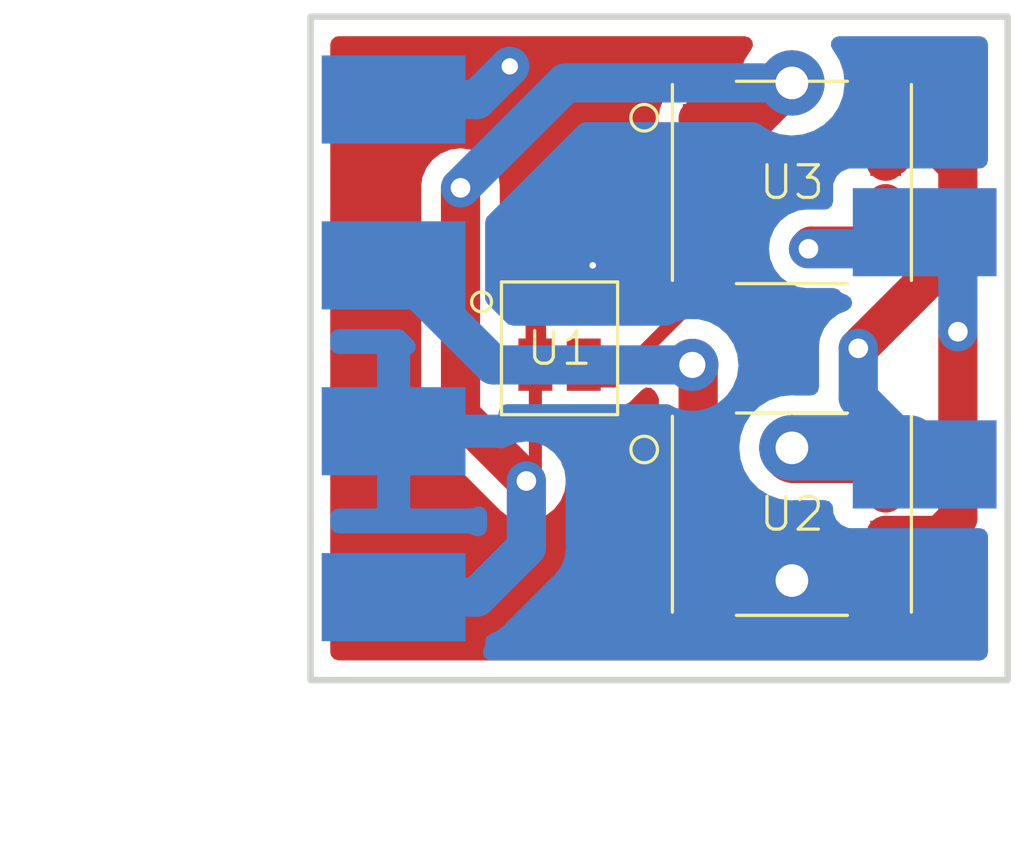
<source format=kicad_pcb>
(kicad_pcb (version 20211014) (generator pcbnew)
  (layers (0 "F.Cu" mixed) (31 "B.Cu" mixed) (34 "B.Paste" user) (35 "F.Paste" user) (36 "B.SilkS" user "B.Silkscreen") (37 "F.SilkS" user "F.Silkscreen") (38 "B.Mask" user) (39 "F.Mask" user) (44 "Edge.Cuts" user))
  (net 0 "")
  (net 1 "/DC_wall+")
  (net 2 "/Batt+")
  (net 3 "/not")
  (net 4 "/DC_wall-")
  (net 5 "/Batt-")
  (net 6 "/POS")
  (net 7 "/NEG")
  (footprint "my_footprints:QH8MB5TCR" (layer "F.Cu") (at 103.886 65.532)
    (fp_text reference "U3" (at 0 0) (layer "F.SilkS") (effects (font (size 0.5 0.5) (thickness 0.05))))
    (fp_text value "QH8MB5")
    (fp_line (start -1.8288 1.5) (end -1.8288 -1.5) (layer "F.SilkS") (width 0.05))
    (fp_line (start 0.85 1.5494) (end -0.85 1.5494) (layer "F.SilkS") (width 0.05))
    (fp_line (start 1.8288 -1.5) (end 1.8288 1.5) (layer "F.SilkS") (width 0.05))
    (fp_line (start -0.85 -1.5494) (end 0.85 -1.5494) (layer "F.SilkS") (width 0.05))
    (fp_circle (center -2.2606 -0.9906) (end -2.0574 -0.9906) (layer "F.SilkS") (width 0.05) (fill none))
    (pad "1" smd rect (at -1.435 -0.975 90) (size 0.45 0.47) (layers "F.Cu" "F.Paste" "F.Mask") (net 5 "/Batt-"))
    (pad "2" smd rect (at -1.435 -0.325 90) (size 0.45 0.47) (layers "F.Cu" "F.Paste" "F.Mask") (net 3 "/not"))
    (pad "3" smd rect (at -1.435 0.325 90) (size 0.45 0.47) (layers "F.Cu" "F.Paste" "F.Mask") (net 1 "/DC_wall+"))
    (pad "4" smd rect (at -1.435 0.975 90) (size 0.45 0.47) (layers "F.Cu" "F.Paste" "F.Mask") (net 3 "/not"))
    (pad "5" smd rect (at 1.435 0.975 90) (size 0.45 0.47) (layers "F.Cu" "F.Paste" "F.Mask") (net 6 "/POS"))
    (pad "5" smd rect (at 1.435 0.325 90) (size 0.45 0.47) (layers "F.Cu" "F.Paste" "F.Mask") (net 6 "/POS"))
    (pad "6" smd rect (at 1.435 -0.325 90) (size 0.45 0.47) (layers "F.Cu" "F.Paste" "F.Mask") (net 7 "/NEG"))
    (pad "6" smd rect (at 1.435 -0.975 90) (size 0.45 0.47) (layers "F.Cu" "F.Paste" "F.Mask") (net 7 "/NEG"))
  )
  (footprint "my_footprints:QH8MB5TCR" (layer "F.Cu") (at 103.886 70.612)
    (fp_text reference "U2" (at 0 0) (layer "F.SilkS") (effects (font (size 0.5 0.5) (thickness 0.05))))
    (fp_text value "QH8MB5")
    (fp_line (start 0.85 1.5494) (end -0.85 1.5494) (layer "F.SilkS") (width 0.05))
    (fp_line (start -1.8288 1.5) (end -1.8288 -1.5) (layer "F.SilkS") (width 0.05))
    (fp_line (start -0.85 -1.5494) (end 0.85 -1.5494) (layer "F.SilkS") (width 0.05))
    (fp_line (start 1.8288 -1.5) (end 1.8288 1.5) (layer "F.SilkS") (width 0.05))
    (fp_circle (center -2.2606 -0.9906) (end -2.0574 -0.9906) (layer "F.SilkS") (width 0.05) (fill none))
    (pad "1" smd rect (at -1.435 -0.975 90) (size 0.45 0.47) (layers "F.Cu" "F.Paste" "F.Mask") (net 4 "/DC_wall-"))
    (pad "2" smd rect (at -1.435 -0.325 90) (size 0.45 0.47) (layers "F.Cu" "F.Paste" "F.Mask") (net 1 "/DC_wall+"))
    (pad "3" smd rect (at -1.435 0.325 90) (size 0.45 0.47) (layers "F.Cu" "F.Paste" "F.Mask") (net 2 "/Batt+"))
    (pad "4" smd rect (at -1.435 0.975 90) (size 0.45 0.47) (layers "F.Cu" "F.Paste" "F.Mask") (net 1 "/DC_wall+"))
    (pad "5" smd rect (at 1.435 0.325 90) (size 0.45 0.47) (layers "F.Cu" "F.Paste" "F.Mask") (net 6 "/POS"))
    (pad "5" smd rect (at 1.435 0.975 90) (size 0.45 0.47) (layers "F.Cu" "F.Paste" "F.Mask") (net 6 "/POS"))
    (pad "6" smd rect (at 1.435 -0.325 90) (size 0.45 0.47) (layers "F.Cu" "F.Paste" "F.Mask") (net 7 "/NEG"))
    (pad "6" smd rect (at 1.435 -0.975 90) (size 0.45 0.47) (layers "F.Cu" "F.Paste" "F.Mask") (net 7 "/NEG"))
  )
  (footprint "my_footprints:SN74LVC1G00DRYR" (layer "F.Cu") (at 100.33 68.072)
    (fp_text reference "U1" (at 0 0) (layer "F.SilkS") (effects (font (size 0.5 0.5) (thickness 0.05))))
    (fp_text value "SN74LVC1G00")
    (fp_line (start 0.889 -1.016) (end -0.889 -1.016) (layer "F.SilkS") (width 0.05))
    (fp_line (start -0.889 1.016) (end -0.889 -1.016) (layer "F.SilkS") (width 0.05))
    (fp_line (start -0.889 1.016) (end 0.889 1.016) (layer "F.SilkS") (width 0.05))
    (fp_line (start 0.889 -1.016) (end 0.889 1.016) (layer "F.SilkS") (width 0.05))
    (fp_circle (center -1.1938 -0.7112) (end -1.0414 -0.7112) (layer "F.SilkS") (width 0.05) (fill none))
    (pad "" smd rect (at 0.369999 0) (size 0.52 0.3) (layers "F.Cu" "F.Mask"))
    (pad "1" smd rect (at -0.355013 -0.499999) (size 0.55 0.3) (layers "F.Cu" "F.Mask") (net 1 "/DC_wall+"))
    (pad "2" smd rect (at -0.369999 0) (size 0.52 0.3) (layers "F.Cu" "F.Mask") (net 1 "/DC_wall+"))
    (pad "3" smd rect (at -0.369999 0.499999) (size 0.52 0.3) (layers "F.Cu" "F.Mask") (net 5 "/Batt-"))
    (pad "4" smd rect (at 0.369999 0.499999) (size 0.52 0.3) (layers "F.Cu" "F.Mask") (net 3 "/not"))
    (pad "5" smd rect (at 0.369999 -0.499999) (size 0.52 0.3) (layers "F.Cu" "F.Mask") (net 2 "/Batt+"))
  )
  (footprint "my_footprints:pad 2.2*1.35 mm" (layer "B.Cu") (at 105.918 66.294 180)
    (fp_text reference "J5" hide)
    (fp_text value "pad" hide)
    (pad "1" smd rect (at 0 0 180) (size 2.2 1.35) (layers "B.Cu" "B.Paste" "B.Mask") (net 6 "/POS"))
  )
  (footprint "my_footprints:pad 2.2*1.35 mm" (layer "B.Cu") (at 97.79 71.882 180)
    (fp_text reference "J4" hide)
    (fp_text value "pad" hide)
    (pad "1" smd rect (at 0 0 180) (size 2.2 1.35) (layers "B.Cu" "B.Paste" "B.Mask") (net 5 "/Batt-"))
  )
  (footprint "my_footprints:pad 2.2*1.35 mm" (layer "B.Cu") (at 97.79 66.802)
    (fp_text reference "J2" hide)
    (fp_text value "pad" hide)
    (pad "1" smd rect (at 0 0) (size 2.2 1.35) (layers "B.Cu" "B.Paste" "B.Mask") (net 4 "/DC_wall-"))
  )
  (footprint "my_footprints:pad 2.2*1.35 mm" (layer "B.Cu") (at 105.918 69.85 180)
    (fp_text reference "J6" hide)
    (fp_text value "pad" hide)
    (pad "1" smd rect (at 0 0 180) (size 2.2 1.35) (layers "B.Cu" "B.Paste" "B.Mask") (net 7 "/NEG"))
  )
  (footprint "my_footprints:pad 2.2*1.35 mm" (layer "B.Cu") (at 97.79 64.262 180)
    (fp_text reference "J1" hide)
    (fp_text value "pad" hide)
    (pad "1" smd rect (at 0 0 180) (size 2.2 1.35) (layers "B.Cu" "B.Paste" "B.Mask") (net 1 "/DC_wall+"))
  )
  (footprint "my_footprints:pad 2.2*1.35 mm" (layer "B.Cu") (at 97.79 69.342 180)
    (fp_text reference "J3" hide)
    (fp_text value "pad" hide)
    (pad "1" smd rect (at 0 0 180) (size 2.2 1.35) (layers "B.Cu" "B.Paste" "B.Mask") (net 2 "/Batt+"))
  )
  (gr_rect (start 96.52 62.992) (end 107.188 73.152) (layer "Edge.Cuts") (width 0.1) (fill none))
  (segment (start 101.854 71.882) (end 102.108 72.136) (width 0.6) (layer "F.Cu") (net 1))
  (segment (start 99.974987 68.057014) (end 99.960001 68.072) (width 0.2) (layer "F.Cu") (net 1))
  (segment (start 102.451 70.287) (end 101.417 70.287) (width 0.6) (layer "F.Cu") (net 1))
  (segment (start 102.451 71.587) (end 102.403 71.587) (width 0.6) (layer "F.Cu") (net 1))
  (segment (start 102.451 71.587) (end 102.149 71.587) (width 0.6) (layer "F.Cu") (net 1))
  (segment (start 99.974987 67.572001) (end 99.974987 68.057014) (width 0.2) (layer "F.Cu") (net 1))
  (segment (start 102.451 65.857) (end 101.163 65.857) (width 0.6) (layer "F.Cu") (net 1))
  (segment (start 102.149 71.587) (end 101.854 71.882) (width 0.6) (layer "F.Cu") (net 1))
  (via (at 99.568 63.754) (size 0.4) (drill 0.25) (layers "F.Cu" "B.Cu") (net 1))
  (segment (start 99.06 64.262) (end 99.568 63.754) (width 0.6) (layer "B.Cu") (net 1))
  (segment (start 97.79 64.262) (end 99.06 64.262) (width 0.6) (layer "B.Cu") (net 1))
  (segment (start 103.195 70.937) (end 103.886 71.628) (width 0.6) (layer "F.Cu") (net 2))
  (segment (start 102.451 70.937) (end 103.195 70.937) (width 0.6) (layer "F.Cu") (net 2))
  (segment (start 100.838 66.802) (end 100.838 67.434) (width 0.2) (layer "F.Cu") (net 2))
  (segment (start 100.838 67.434) (end 100.699999 67.572001) (width 0.2) (layer "F.Cu") (net 2))
  (via (at 100.838 66.802) (size 0.2) (drill 0.1) (layers "F.Cu" "B.Cu") (net 2))
  (via (at 103.886 71.628) (size 1) (drill 0.5) (layers "F.Cu" "B.Cu") (net 2))
  (segment (start 103.165 66.507) (end 102.451 66.507) (width 0.2) (layer "F.Cu") (net 3))
  (segment (start 102.451 67.280998) (end 101.159999 68.571999) (width 0.2) (layer "F.Cu") (net 3))
  (segment (start 103.632 66.04) (end 103.165 66.507) (width 0.2) (layer "F.Cu") (net 3))
  (segment (start 102.451 66.507) (end 102.451 67.280998) (width 0.2) (layer "F.Cu") (net 3))
  (segment (start 102.451 65.207) (end 103.307 65.207) (width 0.2) (layer "F.Cu") (net 3))
  (segment (start 101.159999 68.571999) (end 100.699999 68.571999) (width 0.2) (layer "F.Cu") (net 3))
  (segment (start 103.307 65.207) (end 103.632 65.532) (width 0.2) (layer "F.Cu") (net 3))
  (segment (start 103.632 65.532) (end 103.632 66.04) (width 0.2) (layer "F.Cu") (net 3))
  (segment (start 102.451 68.415) (end 102.362 68.326) (width 0.6) (layer "F.Cu") (net 4))
  (segment (start 102.451 69.637) (end 102.451 68.415) (width 0.6) (layer "F.Cu") (net 4))
  (via (at 102.362 68.326) (size 0.8) (drill 0.4) (layers "F.Cu" "B.Cu") (net 4))
  (segment (start 99.314 68.326) (end 97.79 66.802) (width 0.6) (layer "B.Cu") (net 4))
  (segment (start 102.362 68.326) (end 99.314 68.326) (width 0.6) (layer "B.Cu") (net 4))
  (segment (start 98.814328 65.614559) (end 98.814328 69.096328) (width 0.6) (layer "F.Cu") (net 5))
  (segment (start 103.337 64.557) (end 103.886 64.008) (width 0.6) (layer "F.Cu") (net 5))
  (segment (start 99.960001 68.571999) (end 99.960001 69.965999) (width 0.2) (layer "F.Cu") (net 5))
  (segment (start 98.814328 69.096328) (end 99.822 70.104) (width 0.6) (layer "F.Cu") (net 5))
  (segment (start 99.960001 69.965999) (end 99.822 70.104) (width 0.2) (layer "F.Cu") (net 5))
  (segment (start 102.451 64.557) (end 103.337 64.557) (width 0.6) (layer "F.Cu") (net 5))
  (via (at 99.822 70.104) (size 0.5) (drill 0.3) (layers "F.Cu" "B.Cu") (net 5))
  (via (at 98.814328 65.614559) (size 0.5) (drill 0.3) (layers "F.Cu" "B.Cu") (net 5))
  (via (at 103.886 64.008) (size 1) (drill 0.5) (layers "F.Cu" "B.Cu") (net 5))
  (segment (start 99.822 70.104) (end 99.822 71.12) (width 0.6) (layer "B.Cu") (net 5))
  (segment (start 99.822 71.12) (end 99.06 71.882) (width 0.6) (layer "B.Cu") (net 5))
  (segment (start 103.886 64.008) (end 100.420887 64.008) (width 0.6) (layer "B.Cu") (net 5))
  (segment (start 98.044 71.882) (end 97.79 71.882) (width 0.2) (layer "B.Cu") (net 5))
  (segment (start 100.420887 64.008) (end 98.814328 65.614559) (width 0.6) (layer "B.Cu") (net 5))
  (segment (start 99.06 71.882) (end 97.79 71.882) (width 0.6) (layer "B.Cu") (net 5))
  (segment (start 106.156 70.937) (end 106.426 70.667) (width 0.6) (layer "F.Cu") (net 6))
  (segment (start 105.321 70.937) (end 105.321 71.587) (width 0.6) (layer "F.Cu") (net 6))
  (segment (start 105.321 66.507) (end 104.181 66.507) (width 0.6) (layer "F.Cu") (net 6))
  (segment (start 105.321 65.857) (end 105.321 66.507) (width 0.6) (layer "F.Cu") (net 6))
  (segment (start 104.181 66.507) (end 104.14 66.548) (width 0.6) (layer "F.Cu") (net 6))
  (segment (start 105.321 70.937) (end 106.156 70.937) (width 0.6) (layer "F.Cu") (net 6))
  (segment (start 106.426 70.667) (end 106.426 67.818) (width 0.6) (layer "F.Cu") (net 6))
  (via (at 104.14 66.548) (size 0.5) (drill 0.3) (layers "F.Cu" "B.Cu") (net 6))
  (via (at 106.426 67.818) (size 0.5) (drill 0.3) (layers "F.Cu" "B.Cu") (net 6))
  (segment (start 106.426 66.802) (end 105.918 66.294) (width 0.6) (layer "B.Cu") (net 6))
  (segment (start 104.14 66.548) (end 105.664 66.548) (width 0.6) (layer "B.Cu") (net 6))
  (segment (start 105.664 66.548) (end 105.918 66.294) (width 0.6) (layer "B.Cu") (net 6))
  (segment (start 106.426 67.818) (end 106.426 66.802) (width 0.6) (layer "B.Cu") (net 6))
  (segment (start 105.918 64.77) (end 106.426 65.278) (width 0.6) (layer "F.Cu") (net 7))
  (segment (start 103.927 69.637) (end 103.886 69.596) (width 1) (layer "F.Cu") (net 7))
  (segment (start 106.426 66.548) (end 104.902 68.072) (width 0.6) (layer "F.Cu") (net 7))
  (segment (start 105.705 64.557) (end 105.918 64.77) (width 0.6) (layer "F.Cu") (net 7))
  (segment (start 105.321 70.287) (end 105.321 69.637) (width 0.6) (layer "F.Cu") (net 7))
  (segment (start 105.321 69.637) (end 103.927 69.637) (width 1) (layer "F.Cu") (net 7))
  (segment (start 105.321 64.557) (end 105.705 64.557) (width 0.6) (layer "F.Cu") (net 7))
  (segment (start 105.321 65.207) (end 105.481 65.207) (width 0.4) (layer "F.Cu") (net 7))
  (segment (start 105.321 64.557) (end 105.321 65.207) (width 0.6) (layer "F.Cu") (net 7))
  (segment (start 106.426 65.278) (end 106.426 66.548) (width 0.6) (layer "F.Cu") (net 7))
  (segment (start 105.481 65.207) (end 105.918 64.77) (width 0.4) (layer "F.Cu") (net 7))
  (via (at 103.886 69.596) (size 1) (drill 0.5) (layers "F.Cu" "B.Cu") (net 7))
  (via (at 104.902 68.072) (size 0.5) (drill 0.3) (layers "F.Cu" "B.Cu") (net 7))
  (segment (start 104.902 68.834) (end 105.918 69.85) (width 0.6) (layer "B.Cu") (net 7))
  (segment (start 103.886 69.596) (end 105.664 69.596) (width 1) (layer "B.Cu") (net 7))
  (segment (start 104.902 68.072) (end 104.902 68.834) (width 0.6) (layer "B.Cu") (net 7))
  (segment (start 105.664 69.596) (end 105.918 69.85) (width 1) (layer "B.Cu") (net 7))
  (zone (net 1) (net_name "/DC_wall+") (layer "F.Cu") (connect_pads (clearance 0.3)) (min_thickness 0.254) (fill yes (thermal_gap 0.508) (thermal_bridge_width 0.508))
    (polygon (pts (xy 107.442 73.406) (xy 96.266 73.406) (xy 96.266 62.738) (xy 107.442 62.738)))
  )
  (zone (net 2) (net_name "/Batt+") (layer "B.Cu") (connect_pads (clearance 0.3)) (min_thickness 0.254) (fill yes (thermal_gap 0.508) (thermal_bridge_width 0.508))
    (polygon (pts (xy 107.442 73.406) (xy 96.266 73.406) (xy 96.266 62.738) (xy 107.442 62.738)))
  )
)
</source>
